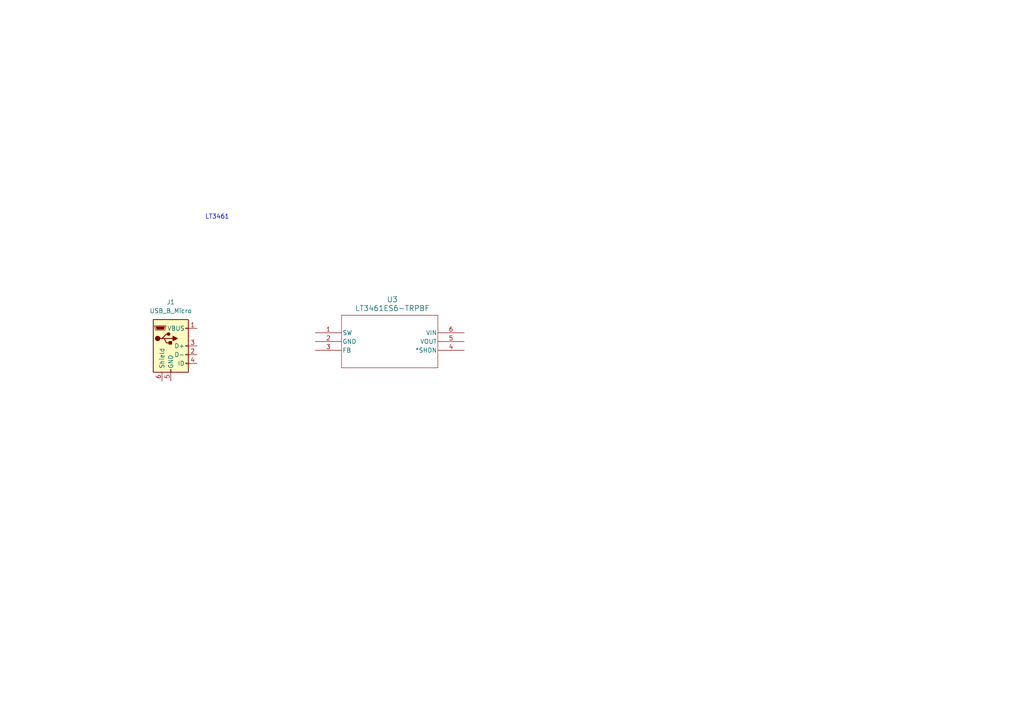
<source format=kicad_sch>
(kicad_sch (version 20250114) (generator "eeschema") (generator_version "9.0")
  (paper "A4")
  (lib_symbols
    (symbol "Connector:USB_B_Micro" (pin_names (offset 1.016))
      (property "Reference" "J" (at -5.08 11.43 0))
      (property "Value" "USB_B_Micro" (at -5.08 8.89 0))
      (symbol "USB_B_Micro_0_1"
        (rectangle (start -5.08 -7.62) (end 5.08 7.62) (stroke (width 0.254)) (fill (type background)))
        (polyline (pts (xy -4.699 5.842) (xy -4.699 5.588) (xy -4.445 4.826) (xy -4.445 4.572) (xy -1.651 4.572) (xy -1.651 4.826) (xy -1.397 5.588) (xy -1.397 5.842) (xy -4.699 5.842)))
        (polyline (pts (xy -4.318 5.588) (xy -1.778 5.588) (xy -2.032 4.826) (xy -4.064 4.826) (xy -4.318 5.588)) (fill (type outline)))
        (circle (center -3.81 2.159) (radius 0.635) (stroke (width 0.254)) (fill (type outline)))
        (polyline (pts (xy -3.175 2.159) (xy -2.54 2.159) (xy -1.27 3.429) (xy -0.635 3.429)) (stroke (width 0.254)))
        (polyline (pts (xy -2.54 2.159) (xy -1.905 2.159) (xy -1.27 0.889) (xy 0 0.889)) (stroke (width 0.254)))
        (polyline (pts (xy -1.905 2.159) (xy 0.635 2.159)) (stroke (width 0.254)))
        (circle (center -0.635 3.429) (radius 0.381) (stroke (width 0.254)) (fill (type outline)))
        (rectangle (start -0.127 -7.62) (end 0.127 -6.858))
        (rectangle (start 0.254 1.27) (end -0.508 0.508) (stroke (width 0.254)) (fill (type outline)))
        (polyline (pts (xy 0.635 2.794) (xy 0.635 1.524) (xy 1.905 2.159) (xy 0.635 2.794)) (stroke (width 0.254)) (fill (type outline)))
        (rectangle (start 5.08 4.953) (end 4.318 5.207))
        (rectangle (start 5.08 -0.127) (end 4.318 0.127))
        (rectangle (start 5.08 -2.667) (end 4.318 -2.413))
        (rectangle (start 5.08 -5.207) (end 4.318 -4.953))
      )
      (symbol "USB_B_Micro_1_1"
        (pin passive line (at -2.54 -10.16 90) (length 2.54) (name "Shield") (number "6"))
        (pin power_out line (at 0 -10.16 90) (length 2.54) (name "GND") (number "5"))
        (pin power_out line (at 7.62 5.08 180) (length 2.54) (name "VBUS") (number "1"))
        (pin bidirectional line (at 7.62 0 180) (length 2.54) (name "D+") (number "3"))
        (pin bidirectional line (at 7.62 -2.54 180) (length 2.54) (name "D-") (number "2"))
        (pin passive line (at 7.62 -5.08 180) (length 2.54) (name "ID") (number "4"))
      )
    )
    (symbol "LT3461:LT3461ES6-TRPBF" (pin_names (offset 0.254))
      (property "Reference" "U2" (at 22.352 9.652 0))
      (property "Value" "LT3461ES6-TRPBF" (at 22.352 7.112 0))
      (symbol "LT3461ES6-TRPBF_0_1"
        (polyline (pts (xy 7.62 5.08) (xy 7.62 -10.16)) (stroke (width 0.127)))
        (polyline (pts (xy 7.62 -10.16) (xy 35.56 -10.16)) (stroke (width 0.127)))
        (polyline (pts (xy 35.56 5.08) (xy 7.62 5.08)) (stroke (width 0.127)))
        (polyline (pts (xy 35.56 -10.16) (xy 35.56 5.08)) (stroke (width 0.127)))
        (pin unspecified line (at 0 0 0) (length 7.62) (name "SW") (number "1"))
        (pin power_in line (at 0 -2.54 0) (length 7.62) (name "GND") (number "2"))
        (pin unspecified line (at 0 -5.08 0) (length 7.62) (name "FB") (number "3"))
        (pin input line (at 43.18 0 180) (length 7.62) (name "VIN") (number "6"))
        (pin output line (at 43.18 -2.54 180) (length 7.62) (name "VOUT") (number "5"))
        (pin unspecified line (at 43.18 -5.08 180) (length 7.62) (name "*SHDN") (number "4"))
      )
    )
  )
  (text "LT3461\n\n" (at 62.992 64.008 0) (effects (font (size 1.27 1.27))))
  (symbol (lib_id "LT3461:LT3461ES6-TRPBF") (at 91.44 96.52 0) (unit 1)
    (property "Reference" "U3" (at 113.792 86.868 0) (effects (font (size 1.524 1.524))))
    (property "Value" "LT3461ES6-TRPBF" (at 113.792 89.408 0) (effects (font (size 1.524 1.524))))
    (property "Datasheet" "LT3461ES6-TRPBF" (effects (hide yes)))
  )
  (symbol (lib_id "Connector:USB_B_Micro") (at 49.53 100.33 0) (unit 1)
    (property "Reference" "J1" (at 49.53 87.63 0))
    (property "Value" "USB_B_Micro" (at 49.53 90.17 0))
    (property "Description" "USB Micro Type B connector" (effects (hide yes)))
  )
)
</source>
